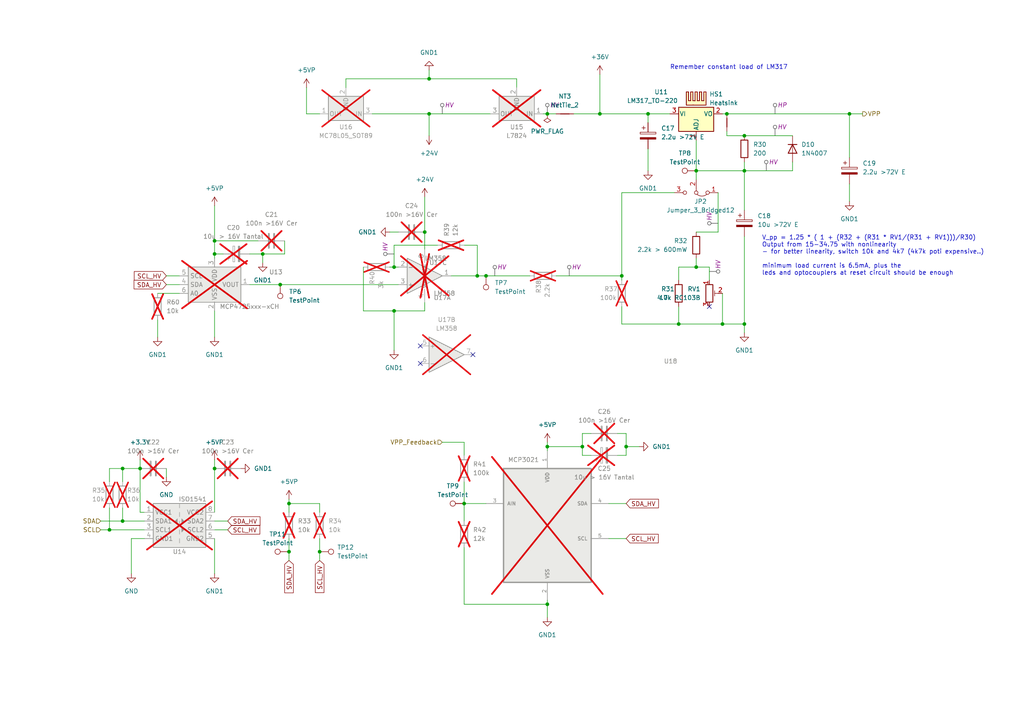
<source format=kicad_sch>
(kicad_sch (version 20231120) (generator "eeschema") (generator_version "8.0")
  (paper "A4")
  (title_block (title "Xaar 128 Driver") (date "2023-12-04") (rev "1.0.0"))
  (lib_symbols
    (symbol "Amplifier_Operational:LM358" (pin_names (offset 0.127))
      (property "Reference" "U" (at 0 5.08 0))
      (property "Value" "LM358" (at 0 -5.08 0))
      (symbol "LM358_1_1"
        (polyline (pts (xy -5.08 5.08) (xy 5.08 0) (xy -5.08 -5.08) (xy -5.08 5.08)) (stroke (width 0.254)) (fill (type background)))
        (pin output line (at 7.62 0 180) (length 2.54) (name "~") (number "1"))
        (pin input line (at -7.62 -2.54 0) (length 2.54) (name "-") (number "2"))
        (pin input line (at -7.62 2.54 0) (length 2.54) (name "+") (number "3"))
      )
      (symbol "LM358_2_1"
        (polyline (pts (xy -5.08 5.08) (xy 5.08 0) (xy -5.08 -5.08) (xy -5.08 5.08)) (stroke (width 0.254)) (fill (type background)))
        (pin input line (at -7.62 2.54 0) (length 2.54) (name "+") (number "5"))
        (pin input line (at -7.62 -2.54 0) (length 2.54) (name "-") (number "6"))
        (pin output line (at 7.62 0 180) (length 2.54) (name "~") (number "7"))
      )
      (symbol "LM358_3_1"
        (pin power_in line (at -2.54 -7.62 90) (length 3.81) (name "V-") (number "4"))
        (pin power_in line (at -2.54 7.62 270) (length 3.81) (name "V+") (number "8"))
      )
    )
    (symbol "Analog_DAC:MCP4725xxx-xCH"
      (property "Reference" "U" (at -6.35 6.35 0))
      (property "Value" "MCP4725xxx-xCH" (at 8.89 6.35 0))
      (symbol "MCP4725xxx-xCH_0_1"
        (rectangle (start -7.62 5.08) (end 7.62 -5.08) (stroke (width 0.254)) (fill (type background)))
      )
      (symbol "MCP4725xxx-xCH_1_1"
        (pin output line (at 10.16 0 180) (length 2.54) (name "VOUT") (number "1"))
        (pin power_in line (at 0 -7.62 90) (length 2.54) (name "VSS") (number "2"))
        (pin power_in line (at 0 7.62 270) (length 2.54) (name "VDD") (number "3"))
        (pin bidirectional line (at -10.16 0 0) (length 2.54) (name "SDA") (number "4"))
        (pin input line (at -10.16 2.54 0) (length 2.54) (name "SCL") (number "5"))
        (pin input line (at -10.16 -2.54 0) (length 2.54) (name "A0") (number "6"))
      )
    )
    (symbol "Connector:TestPoint" (pin_numbers hide) (pin_names (offset 0.762) hide)
      (property "Reference" "TP" (at 0 6.858 0))
      (property "Value" "TestPoint" (at 0 5.08 0))
      (symbol "TestPoint_0_1"
        (circle (center 0 3.302) (radius 0.762))
      )
      (symbol "TestPoint_1_1"
        (pin passive line (at 0 0 90) (length 2.54) (name "1") (number "1"))
      )
    )
    (symbol "Device:C" (pin_numbers hide) (pin_names (offset 0.254))
      (property "Reference" "C" (at 0.635 2.54 0))
      (property "Value" "C" (at 0.635 -2.54 0))
      (symbol "C_0_1"
        (polyline (pts (xy -2.032 -0.762) (xy 2.032 -0.762)) (stroke (width 0.508)))
        (polyline (pts (xy -2.032 0.762) (xy 2.032 0.762)) (stroke (width 0.508)))
      )
      (symbol "C_1_1"
        (pin passive line (at 0 3.81 270) (length 2.794) (name "~") (number "1"))
        (pin passive line (at 0 -3.81 90) (length 2.794) (name "~") (number "2"))
      )
    )
    (symbol "Device:C_Polarized" (pin_numbers hide) (pin_names (offset 0.254))
      (property "Reference" "C" (at 0.635 2.54 0))
      (property "Value" "C_Polarized" (at 0.635 -2.54 0))
      (symbol "C_Polarized_0_1"
        (rectangle (start -2.286 0.508) (end 2.286 1.016))
        (polyline (pts (xy -1.778 2.286) (xy -0.762 2.286)))
        (polyline (pts (xy -1.27 2.794) (xy -1.27 1.778)))
        (rectangle (start 2.286 -0.508) (end -2.286 -1.016) (fill (type outline)))
      )
      (symbol "C_Polarized_1_1"
        (pin passive line (at 0 3.81 270) (length 2.794) (name "~") (number "1"))
        (pin passive line (at 0 -3.81 90) (length 2.794) (name "~") (number "2"))
      )
    )
    (symbol "Device:D" (pin_numbers hide) (pin_names (offset 1.016) hide)
      (property "Reference" "D" (at 0 2.54 0))
      (property "Value" "D" (at 0 -2.54 0))
      (symbol "D_0_1"
        (polyline (pts (xy -1.27 1.27) (xy -1.27 -1.27)) (stroke (width 0.254)))
        (polyline (pts (xy 1.27 0) (xy -1.27 0)))
        (polyline (pts (xy 1.27 1.27) (xy 1.27 -1.27) (xy -1.27 0) (xy 1.27 1.27)) (stroke (width 0.254)))
      )
      (symbol "D_1_1"
        (pin passive line (at -3.81 0 0) (length 2.54) (name "K") (number "1"))
        (pin passive line (at 3.81 0 180) (length 2.54) (name "A") (number "2"))
      )
    )
    (symbol "Device:NetTie_2" (pin_numbers hide) (pin_names (offset 0) hide) (in_bom no)
      (property "Reference" "NT" (at 0 1.27 0))
      (property "Value" "NetTie_2" (at 0 -1.27 0))
      (symbol "NetTie_2_0_1"
        (polyline (pts (xy -1.27 0) (xy 1.27 0)) (stroke (width 0.254)))
      )
      (symbol "NetTie_2_1_1"
        (pin passive line (at -2.54 0 0) (length 2.54) (name "1") (number "1"))
        (pin passive line (at 2.54 0 180) (length 2.54) (name "2") (number "2"))
      )
    )
    (symbol "Device:R" (pin_numbers hide) (pin_names (offset 0))
      (property "Reference" "R" (at 2.032 0 90))
      (property "Value" "R" (at 0 0 90))
      (symbol "R_0_1"
        (rectangle (start -1.016 -2.54) (end 1.016 2.54) (stroke (width 0.254)))
      )
      (symbol "R_1_1"
        (pin passive line (at 0 3.81 270) (length 1.27) (name "~") (number "1"))
        (pin passive line (at 0 -3.81 90) (length 1.27) (name "~") (number "2"))
      )
    )
    (symbol "Device:R_Potentiometer_Trim" (pin_names (offset 1.016) hide)
      (property "Reference" "RV" (at -4.445 0 90))
      (property "Value" "R_Potentiometer_Trim" (at -2.54 0 90))
      (symbol "R_Potentiometer_Trim_0_1"
        (polyline (pts (xy 1.524 0.762) (xy 1.524 -0.762)))
        (polyline (pts (xy 2.54 0) (xy 1.524 0)))
        (rectangle (start 1.016 2.54) (end -1.016 -2.54) (stroke (width 0.254)))
      )
      (symbol "R_Potentiometer_Trim_1_1"
        (pin passive line (at 0 3.81 270) (length 1.27) (name "1") (number "1"))
        (pin passive line (at 3.81 0 180) (length 1.27) (name "2") (number "2"))
        (pin passive line (at 0 -3.81 90) (length 1.27) (name "3") (number "3"))
      )
    )
    (symbol "Isolator:ISO1541"
      (property "Reference" "U" (at -6.35 6.35 0))
      (property "Value" "ISO1541" (at 3.81 6.35 0))
      (symbol "ISO1541_0_1"
        (rectangle (start -7.62 5.08) (end 7.62 -7.62) (stroke (width 0.254)) (fill (type background)))
        (rectangle (start 0 -5.08) (end 0 -6.35))
        (polyline (pts (xy 0 -2.54) (xy 0 -3.81)))
        (polyline (pts (xy 0 0) (xy 0 -1.27)))
        (polyline (pts (xy 0 2.54) (xy 0 1.27)))
        (polyline (pts (xy 0 5.08) (xy 0 3.81)))
        (polyline (pts (xy -0.635 0.635) (xy -1.27 0) (xy -0.635 -0.635) (xy -0.635 0.635)) (fill (type outline)))
        (polyline (pts (xy 0.635 -1.905) (xy 1.27 -2.54) (xy 0.635 -3.175) (xy 0.635 -1.905)) (fill (type outline)))
        (polyline (pts (xy 0.635 0.635) (xy 1.27 0) (xy 0.635 -0.635) (xy 0.635 0.635)) (fill (type outline)))
      )
      (symbol "ISO1541_1_1"
        (pin power_in line (at -10.16 2.54 0) (length 2.54) (name "VCC1") (number "1"))
        (pin bidirectional line (at -10.16 0 0) (length 2.54) (name "SDA1") (number "2"))
        (pin input line (at -10.16 -2.54 0) (length 2.54) (name "SCL1") (number "3"))
        (pin power_in line (at -10.16 -5.08 0) (length 2.54) (name "GND1") (number "4"))
        (pin power_in line (at 10.16 -5.08 180) (length 2.54) (name "GND2") (number "5"))
        (pin output line (at 10.16 -2.54 180) (length 2.54) (name "SCL2") (number "6"))
        (pin bidirectional line (at 10.16 0 180) (length 2.54) (name "SDA2") (number "7"))
        (pin power_in line (at 10.16 2.54 180) (length 2.54) (name "VCC2") (number "8"))
      )
    )
    (symbol "Jumper:Jumper_3_Bridged12" (pin_names (offset 0) hide)
      (property "Reference" "JP" (at -2.54 -2.54 0))
      (property "Value" "Jumper_3_Bridged12" (at 0 2.794 0))
      (symbol "Jumper_3_Bridged12_0_0"
        (circle (center -3.302 0) (radius 0.508))
        (circle (center 0 0) (radius 0.508))
        (circle (center 3.302 0) (radius 0.508))
      )
      (symbol "Jumper_3_Bridged12_0_1"
        (arc (start -0.254 0.508) (mid -1.651 0.9912) (end -3.048 0.508))
        (polyline (pts (xy 0 -1.27) (xy 0 -0.508)))
      )
      (symbol "Jumper_3_Bridged12_1_1"
        (pin passive line (at -6.35 0 0) (length 2.54) (name "A") (number "1"))
        (pin passive line (at 0 -3.81 90) (length 2.54) (name "C") (number "2"))
        (pin passive line (at 6.35 0 180) (length 2.54) (name "B") (number "3"))
      )
    )
    (symbol "MCP3021:MCP3021" (pin_names (offset 1.016))
      (property "Reference" "U" (at -31.75 -26.035 0))
      (property "Value" "MCP3021" (at -31.75 -26.035 0))
      (symbol "MCP3021_0_0"
        (rectangle (start -44.45 -8.255) (end -19.05 -41.275) (stroke (width 0.4064)) (fill (type background)))
      )
      (symbol "MCP3021_1_0"
        (pin power_in line (at -31.75 -3.175 270) (length 5.08) (name "VDD") (number "1"))
        (pin power_in line (at -31.75 -46.355 90) (length 5.08) (name "VSS") (number "2"))
        (pin bidirectional line (at -49.53 -18.415 0) (length 5.08) (name "AIN") (number "3"))
        (pin bidirectional line (at -13.97 -18.415 180) (length 5.08) (name "SDA") (number "4"))
        (pin bidirectional line (at -13.97 -28.575 180) (length 5.08) (name "SCL") (number "5"))
      )
    )
    (symbol "Mechanical:Heatsink" (pin_names (offset 1.016))
      (property "Reference" "HS" (at 0 5.08 0))
      (property "Value" "Heatsink" (at 0 -1.27 0))
      (symbol "Heatsink_0_1"
        (polyline (pts (xy -0.3302 1.27) (xy -0.9652 1.27) (xy -0.9652 3.81) (xy -1.6002 3.81) (xy -1.6002 1.27) (xy -2.2352 1.27) (xy -2.2352 3.81) (xy -2.8702 3.81) (xy -2.8702 0) (xy -0.9652 0)) (stroke (width 0.254)) (fill (type background)))
        (polyline (pts (xy -0.3302 1.27) (xy -0.3302 3.81) (xy 0.3048 3.81) (xy 0.3048 1.27) (xy 0.9398 1.27) (xy 0.9398 3.81) (xy 1.5748 3.81) (xy 1.5748 1.27) (xy 2.2098 1.27) (xy 2.2098 3.81) (xy 2.8448 3.81) (xy 2.8448 0) (xy -0.9652 0)) (stroke (width 0.254)) (fill (type background)))
      )
    )
    (symbol "Regulator_Linear:L7824" (pin_names (offset 0.254))
      (property "Reference" "U" (at -3.81 3.175 0))
      (property "Value" "L7824" (at 0 3.175 0))
      (symbol "L7824_0_1"
        (rectangle (start -5.08 1.905) (end 5.08 -5.08) (stroke (width 0.254)) (fill (type background)))
      )
      (symbol "L7824_1_1"
        (pin power_in line (at -7.62 0 0) (length 2.54) (name "IN") (number "1"))
        (pin power_in line (at 0 -7.62 90) (length 2.54) (name "GND") (number "2"))
        (pin power_out line (at 7.62 0 180) (length 2.54) (name "OUT") (number "3"))
      )
    )
    (symbol "Regulator_Linear:LM317_TO-220" (pin_names (offset 0.254))
      (property "Reference" "U" (at -3.81 3.175 0))
      (property "Value" "LM317_TO-220" (at 0 3.175 0))
      (symbol "LM317_TO-220_0_1"
        (rectangle (start -5.08 1.905) (end 5.08 -5.08) (stroke (width 0.254)) (fill (type background)))
      )
      (symbol "LM317_TO-220_1_1"
        (pin input line (at 0 -7.62 90) (length 2.54) (name "ADJ") (number "1"))
        (pin power_out line (at 7.62 0 180) (length 2.54) (name "VO") (number "2"))
        (pin power_in line (at -7.62 0 0) (length 2.54) (name "VI") (number "3"))
      )
    )
    (symbol "Regulator_Linear:MC78L05_SOT89" (pin_names (offset 0.254))
      (property "Reference" "U" (at -3.81 3.175 0))
      (property "Value" "MC78L05_SOT89" (at -0.635 3.175 0))
      (symbol "MC78L05_SOT89_0_1"
        (rectangle (start -5.08 1.905) (end 5.08 -5.08) (stroke (width 0.254)) (fill (type background)))
      )
      (symbol "MC78L05_SOT89_1_1"
        (pin power_out line (at 7.62 0 180) (length 2.54) (name "OUT") (number "1"))
        (pin power_in line (at 0 -7.62 90) (length 2.54) (name "GND") (number "2"))
        (pin power_in line (at -7.62 0 0) (length 2.54) (name "IN") (number "3"))
      )
    )
    (symbol "power:+24V" (power) (pin_names (offset 0))
      (property "Value" "+24V" (at 0 3.556 0))
      (symbol "+24V_0_1"
        (polyline (pts (xy -0.762 1.27) (xy 0 2.54)))
        (polyline (pts (xy 0 0) (xy 0 2.54)))
        (polyline (pts (xy 0 2.54) (xy 0.762 1.27)))
      )
      (symbol "+24V_1_1"
        (pin power_in line (at 0 0 90) (length 0) hide (name "+24V") (number "1"))
      )
    )
    (symbol "power:+3.3V" (power) (pin_names (offset 0))
      (property "Value" "+3.3V" (at 0 3.556 0))
      (symbol "+3.3V_0_1"
        (polyline (pts (xy -0.762 1.27) (xy 0 2.54)))
        (polyline (pts (xy 0 0) (xy 0 2.54)))
        (polyline (pts (xy 0 2.54) (xy 0.762 1.27)))
      )
      (symbol "+3.3V_1_1"
        (pin power_in line (at 0 0 90) (length 0) hide (name "+3.3V") (number "1"))
      )
    )
    (symbol "power:+36V" (power) (pin_names (offset 0))
      (property "Value" "+36V" (at 0 3.556 0))
      (symbol "+36V_0_1"
        (polyline (pts (xy -0.762 1.27) (xy 0 2.54)))
        (polyline (pts (xy 0 0) (xy 0 2.54)))
        (polyline (pts (xy 0 2.54) (xy 0.762 1.27)))
      )
      (symbol "+36V_1_1"
        (pin power_in line (at 0 0 90) (length 0) hide (name "+36V") (number "1"))
      )
    )
    (symbol "power:+5VP" (power) (pin_names (offset 0))
      (property "Value" "+5VP" (at 0 3.556 0))
      (symbol "+5VP_0_1"
        (polyline (pts (xy -0.762 1.27) (xy 0 2.54)))
        (polyline (pts (xy 0 0) (xy 0 2.54)))
        (polyline (pts (xy 0 2.54) (xy 0.762 1.27)))
      )
      (symbol "+5VP_1_1"
        (pin power_in line (at 0 0 90) (length 0) hide (name "+5VP") (number "1"))
      )
    )
    (symbol "power:GND" (power) (pin_names (offset 0))
      (property "Value" "GND" (at 0 -3.81 0))
      (symbol "GND_0_1"
        (polyline (pts (xy 0 0) (xy 0 -1.27) (xy 1.27 -1.27) (xy 0 -2.54) (xy -1.27 -1.27) (xy 0 -1.27)))
      )
      (symbol "GND_1_1"
        (pin power_in line (at 0 0 270) (length 0) hide (name "GND") (number "1"))
      )
    )
    (symbol "power:GND1" (power) (pin_names (offset 0))
      (property "Value" "GND1" (at 0 -3.81 0))
      (symbol "GND1_0_1"
        (polyline (pts (xy 0 0) (xy 0 -1.27) (xy 1.27 -1.27) (xy 0 -2.54) (xy -1.27 -1.27) (xy 0 -1.27)))
      )
      (symbol "GND1_1_1"
        (pin power_in line (at 0 0 270) (length 0) hide (name "GND1") (number "1"))
      )
    )
    (symbol "power:PWR_FLAG" (power) (pin_numbers hide) (pin_names (offset 0) hide)
      (property "Value" "PWR_FLAG" (at 0 3.81 0))
      (symbol "PWR_FLAG_0_0"
        (pin power_out line (at 0 0 90) (length 0) (name "pwr") (number "1"))
      )
      (symbol "PWR_FLAG_0_1"
        (polyline (pts (xy 0 0) (xy 0 1.27) (xy -1.016 1.905) (xy 0 2.54) (xy 1.016 1.905) (xy 0 1.27)))
      )
    )
  )
  (junction (at 180.34 80.01))
  (junction (at 123.19 67.31))
  (junction (at 215.9 93.98))
  (junction (at 168.91 129.54))
  (junction (at 210.82 33.02))
  (junction (at 124.46 22.86))
  (junction (at 158.75 129.54))
  (junction (at 35.56 135.89))
  (junction (at 83.82 146.05))
  (junction (at 114.3 90.17))
  (junction (at 62.23 135.89))
  (junction (at 196.85 93.98))
  (junction (at 187.96 33.02))
  (junction (at 40.64 135.89))
  (junction (at 201.93 77.47))
  (junction (at 201.93 49.53))
  (junction (at 209.55 93.98))
  (junction (at 215.9 39.37))
  (junction (at 140.97 80.01))
  (junction (at 246.38 33.02))
  (junction (at 158.75 175.26))
  (junction (at 114.3 77.47))
  (junction (at 76.2 73.66))
  (junction (at 81.28 82.55))
  (junction (at 31.75 153.67))
  (junction (at 134.62 146.05))
  (junction (at 173.99 33.02))
  (junction (at 138.43 80.01))
  (junction (at 83.82 160.02))
  (junction (at 62.23 73.66))
  (junction (at 92.71 160.02))
  (junction (at 215.9 49.53))
  (junction (at 35.56 151.13))
  (junction (at 181.61 129.54))
  (junction (at 62.23 69.85))
  (junction (at 124.46 33.02))
  (junction (at 158.75 33.02))
  (no_connect (at 205.74 88.9))
  (no_connect (at 121.92 105.41))
  (no_connect (at 137.16 102.87))
  (no_connect (at 121.92 100.33))
  (wire (pts (xy 40.64 148.59) (xy 40.64 135.89)))
  (wire (pts (xy 140.97 80.01) (xy 153.67 80.01)))
  (wire (pts (xy 196.85 88.9) (xy 196.85 93.98)))
  (wire (pts (xy 158.75 130.81) (xy 158.75 129.54)))
  (wire (pts (xy 176.53 156.21) (xy 181.61 156.21)))
  (wire (pts (xy 123.19 87.63) (xy 123.19 90.17)))
  (wire (pts (xy 31.75 147.32) (xy 31.75 153.67)))
  (wire (pts (xy 134.62 158.75) (xy 134.62 175.26)))
  (wire (pts (xy 62.23 69.85) (xy 62.23 73.66)))
  (wire (pts (xy 48.26 82.55) (xy 52.07 82.55)))
  (wire (pts (xy 181.61 132.08) (xy 179.07 132.08)))
  (wire (pts (xy 35.56 139.7) (xy 35.56 135.89)))
  (wire (pts (xy 72.39 73.66) (xy 76.2 73.66)))
  (wire (pts (xy 62.23 135.89) (xy 62.23 148.59)))
  (wire (pts (xy 173.99 21.59) (xy 173.99 33.02)))
  (wire (pts (xy 168.91 132.08) (xy 171.45 132.08)))
  (wire (pts (xy 205.74 77.47) (xy 205.74 81.28)))
  (wire (pts (xy 107.95 33.02) (xy 124.46 33.02)))
  (wire (pts (xy 92.71 33.02) (xy 88.9 33.02)))
  (wire (pts (xy 187.96 43.18) (xy 187.96 49.53)))
  (wire (pts (xy 181.61 125.73) (xy 181.61 129.54)))
  (wire (pts (xy 48.26 80.01) (xy 52.07 80.01)))
  (wire (pts (xy 173.99 33.02) (xy 187.96 33.02)))
  (wire (pts (xy 195.58 55.88) (xy 180.34 55.88)))
  (wire (pts (xy 62.23 90.17) (xy 62.23 97.79)))
  (wire (pts (xy 208.28 55.88) (xy 208.28 67.31)))
  (wire (pts (xy 246.38 33.02) (xy 250.19 33.02)))
  (wire (pts (xy 62.23 73.66) (xy 62.23 74.93)))
  (wire (pts (xy 92.71 160.02) (xy 92.71 162.56)))
  (wire (pts (xy 158.75 129.54) (xy 168.91 129.54)))
  (wire (pts (xy 158.75 173.99) (xy 158.75 175.26)))
  (wire (pts (xy 124.46 33.02) (xy 124.46 39.37)))
  (wire (pts (xy 201.93 77.47) (xy 205.74 77.47)))
  (wire (pts (xy 158.75 129.54) (xy 158.75 128.27)))
  (wire (pts (xy 123.19 57.15) (xy 123.19 67.31)))
  (wire (pts (xy 196.85 77.47) (xy 201.93 77.47)))
  (wire (pts (xy 92.71 156.21) (xy 92.71 160.02)))
  (wire (pts (xy 83.82 144.78) (xy 83.82 146.05)))
  (wire (pts (xy 35.56 135.89) (xy 31.75 135.89)))
  (wire (pts (xy 38.1 156.21) (xy 38.1 166.37)))
  (wire (pts (xy 124.46 33.02) (xy 142.24 33.02)))
  (wire (pts (xy 40.64 148.59) (xy 41.91 148.59)))
  (wire (pts (xy 29.21 153.67) (xy 31.75 153.67)))
  (wire (pts (xy 210.82 39.37) (xy 215.9 39.37)))
  (wire (pts (xy 35.56 135.89) (xy 40.64 135.89)))
  (wire (pts (xy 138.43 71.12) (xy 138.43 80.01)))
  (wire (pts (xy 168.91 125.73) (xy 171.45 125.73)))
  (wire (pts (xy 134.62 175.26) (xy 158.75 175.26)))
  (wire (pts (xy 35.56 147.32) (xy 35.56 151.13)))
  (wire (pts (xy 100.33 22.86) (xy 100.33 25.4)))
  (wire (pts (xy 31.75 153.67) (xy 41.91 153.67)))
  (wire (pts (xy 40.64 133.35) (xy 40.64 135.89)))
  (wire (pts (xy 123.19 67.31) (xy 123.19 72.39)))
  (wire (pts (xy 92.71 146.05) (xy 83.82 146.05)))
  (wire (pts (xy 113.03 77.47) (xy 114.3 77.47)))
  (wire (pts (xy 62.23 156.21) (xy 62.23 166.37)))
  (wire (pts (xy 92.71 148.59) (xy 92.71 146.05)))
  (wire (pts (xy 76.2 73.66) (xy 82.55 73.66)))
  (wire (pts (xy 215.9 46.99) (xy 215.9 49.53)))
  (wire (pts (xy 181.61 125.73) (xy 179.07 125.73)))
  (wire (pts (xy 72.39 82.55) (xy 81.28 82.55)))
  (wire (pts (xy 229.87 46.99) (xy 229.87 49.53)))
  (wire (pts (xy 157.48 33.02) (xy 158.75 33.02)))
  (wire (pts (xy 114.3 77.47) (xy 115.57 77.47)))
  (wire (pts (xy 62.23 153.67) (xy 66.04 153.67)))
  (wire (pts (xy 130.81 80.01) (xy 138.43 80.01)))
  (wire (pts (xy 158.75 33.02) (xy 161.29 33.02)))
  (wire (pts (xy 83.82 146.05) (xy 83.82 148.59)))
  (wire (pts (xy 48.26 135.89) (xy 48.26 138.43)))
  (wire (pts (xy 124.46 22.86) (xy 149.86 22.86)))
  (wire (pts (xy 100.33 22.86) (xy 124.46 22.86)))
  (wire (pts (xy 83.82 156.21) (xy 83.82 160.02)))
  (wire (pts (xy 168.91 125.73) (xy 168.91 129.54)))
  (wire (pts (xy 180.34 93.98) (xy 196.85 93.98)))
  (wire (pts (xy 114.3 71.12) (xy 127 71.12)))
  (wire (pts (xy 81.28 82.55) (xy 115.57 82.55)))
  (wire (pts (xy 114.3 71.12) (xy 114.3 77.47)))
  (wire (pts (xy 134.62 71.12) (xy 138.43 71.12)))
  (wire (pts (xy 31.75 135.89) (xy 31.75 139.7)))
  (wire (pts (xy 196.85 93.98) (xy 209.55 93.98)))
  (wire (pts (xy 62.23 151.13) (xy 66.04 151.13)))
  (wire (pts (xy 35.56 151.13) (xy 41.91 151.13)))
  (wire (pts (xy 62.23 133.35) (xy 62.23 135.89)))
  (wire (pts (xy 215.9 49.53) (xy 229.87 49.53)))
  (wire (pts (xy 194.31 33.02) (xy 187.96 33.02)))
  (wire (pts (xy 62.23 73.66) (xy 64.77 73.66)))
  (wire (pts (xy 180.34 80.01) (xy 180.34 81.28)))
  (wire (pts (xy 215.9 49.53) (xy 215.9 60.96)))
  (wire (pts (xy 215.9 39.37) (xy 229.87 39.37)))
  (wire (pts (xy 114.3 90.17) (xy 123.19 90.17)))
  (wire (pts (xy 201.93 49.53) (xy 201.93 52.07)))
  (wire (pts (xy 180.34 88.9) (xy 180.34 93.98)))
  (wire (pts (xy 134.62 132.08) (xy 134.62 128.27)))
  (wire (pts (xy 210.82 38.1) (xy 210.82 39.37)))
  (wire (pts (xy 149.86 22.86) (xy 149.86 25.4)))
  (wire (pts (xy 180.34 55.88) (xy 180.34 80.01)))
  (wire (pts (xy 215.9 93.98) (xy 215.9 96.52)))
  (wire (pts (xy 215.9 68.58) (xy 215.9 93.98)))
  (wire (pts (xy 114.3 90.17) (xy 114.3 101.6)))
  (wire (pts (xy 62.23 59.69) (xy 62.23 69.85)))
  (wire (pts (xy 138.43 80.01) (xy 140.97 80.01)))
  (wire (pts (xy 209.55 93.98) (xy 215.9 93.98)))
  (wire (pts (xy 134.62 139.7) (xy 134.62 146.05)))
  (wire (pts (xy 45.72 92.71) (xy 45.72 97.79)))
  (wire (pts (xy 105.41 90.17) (xy 114.3 90.17)))
  (wire (pts (xy 181.61 129.54) (xy 185.42 129.54)))
  (wire (pts (xy 246.38 53.34) (xy 246.38 58.42)))
  (wire (pts (xy 45.72 85.09) (xy 52.07 85.09)))
  (wire (pts (xy 158.75 175.26) (xy 158.75 179.07)))
  (wire (pts (xy 161.29 80.01) (xy 180.34 80.01)))
  (wire (pts (xy 201.93 74.93) (xy 201.93 77.47)))
  (wire (pts (xy 201.93 40.64) (xy 201.93 49.53)))
  (wire (pts (xy 76.2 73.66) (xy 76.2 76.2)))
  (wire (pts (xy 113.03 67.31) (xy 115.57 67.31)))
  (wire (pts (xy 168.91 129.54) (xy 168.91 132.08)))
  (wire (pts (xy 134.62 146.05) (xy 134.62 151.13)))
  (wire (pts (xy 166.37 33.02) (xy 173.99 33.02)))
  (wire (pts (xy 210.82 33.02) (xy 246.38 33.02)))
  (wire (pts (xy 41.91 156.21) (xy 38.1 156.21)))
  (wire (pts (xy 201.93 67.31) (xy 208.28 67.31)))
  (wire (pts (xy 134.62 128.27) (xy 128.27 128.27)))
  (wire (pts (xy 82.55 69.85) (xy 82.55 73.66)))
  (wire (pts (xy 209.55 85.09) (xy 209.55 93.98)))
  (wire (pts (xy 181.61 129.54) (xy 181.61 132.08)))
  (wire (pts (xy 246.38 45.72) (xy 246.38 33.02)))
  (wire (pts (xy 88.9 25.4) (xy 88.9 33.02)))
  (wire (pts (xy 176.53 146.05) (xy 181.61 146.05)))
  (wire (pts (xy 62.23 69.85) (xy 74.93 69.85)))
  (wire (pts (xy 29.21 151.13) (xy 35.56 151.13)))
  (wire (pts (xy 196.85 81.28) (xy 196.85 77.47)))
  (wire (pts (xy 124.46 20.32) (xy 124.46 22.86)))
  (wire (pts (xy 83.82 160.02) (xy 83.82 162.56)))
  (wire (pts (xy 187.96 33.02) (xy 187.96 35.56)))
  (wire (pts (xy 201.93 49.53) (xy 215.9 49.53)))
  (wire (pts (xy 209.55 33.02) (xy 210.82 33.02)))
  (wire (pts (xy 134.62 146.05) (xy 140.97 146.05)))
  (wire (pts (xy 105.41 77.47) (xy 105.41 90.17)))
  (text "Remember constant load of LM317" (at 194.31 20.32 0) (effects (font (size 1.27 1.27)) (justify left bottom)))
  (text "V_pp = 1.25 * ( 1 + (R32 + (R31 * RV1/(R31 + RV1)))/R30)\nOutput from 15-34.75 with nonlinearity\n- for better linearity, switch 10k and 4k7 (4k7k poti expensive..)\n\nminimum load current is 6.5mA, plus the\nleds and optocouplers at reset circuit should be enough" (at 220.98 80.01 0) (effects (font (size 1.27 1.27)) (justify left bottom)))
  (global_label "SDA_HV" (shape input) (at 83.82 162.56 270) (property "Intersheetrefs" "${INTERSHEET_REFS}" (effects (hide yes))))
  (global_label "SDA_HV" (shape input) (at 48.26 82.55 180) (property "Intersheetrefs" "${INTERSHEET_REFS}" (effects (hide yes))))
  (global_label "SCL_HV" (shape input) (at 66.04 153.67 0) (property "Intersheetrefs" "${INTERSHEET_REFS}" (effects (hide yes))))
  (global_label "SCL_HV" (shape input) (at 181.61 156.21 0) (property "Intersheetrefs" "${INTERSHEET_REFS}" (effects (hide yes))))
  (global_label "SDA_HV" (shape input) (at 66.04 151.13 0) (property "Intersheetrefs" "${INTERSHEET_REFS}" (effects (hide yes))))
  (global_label "SCL_HV" (shape input) (at 92.71 162.56 270) (property "Intersheetrefs" "${INTERSHEET_REFS}" (effects (hide yes))))
  (global_label "SCL_HV" (shape input) (at 48.26 80.01 180) (property "Intersheetrefs" "${INTERSHEET_REFS}" (effects (hide yes))))
  (global_label "SDA_HV" (shape input) (at 181.61 146.05 0) (property "Intersheetrefs" "${INTERSHEET_REFS}" (effects (hide yes))))
  (hierarchical_label "SCL" (shape input) (at 29.21 153.67 180))
  (hierarchical_label "SDA" (shape input) (at 29.21 151.13 180))
  (hierarchical_label "VPP" (shape output) (at 250.19 33.02 0))
  (hierarchical_label "VPP_Feedback" (shape input) (at 128.27 128.27 180))
  (netclass_flag "" (length 2.54) (shape round) (at 143.51 80.01 0) (property "Netclass" "HV" (at 144.2085 77.47 0) (effects (font (italic yes)) (justify left))))
  (netclass_flag "" (length 2.54) (shape round) (at 165.1 80.01 0) (property "Netclass" "HV" (at 165.7985 77.47 0) (effects (font (italic yes)) (justify left))))
  (netclass_flag "" (length 2.54) (shape round) (at 222.25 49.53 0) (property "Netclass" "HV" (at 222.9485 46.99 0) (effects (font (italic yes)) (justify left))))
  (netclass_flag "" (length 2.54) (shape round) (at 128.27 33.02 0) (property "Netclass" "HV" (at 128.9685 30.48 0) (effects (font (italic yes)) (justify left))))
  (netclass_flag "" (length 2.54) (shape round) (at 224.79 33.02 0) (property "Netclass" "HP" (at 225.4885 30.48 0) (effects (font (italic yes)) (justify left))))
  (netclass_flag "" (length 2.54) (shape round) (at 208.28 64.77 90) (property "Netclass" "HV" (at 205.74 64.0715 90) (effects (font (italic yes)) (justify left))))
  (netclass_flag "" (length 2.54) (shape round) (at 224.79 39.37 0) (property "Netclass" "HV" (at 225.4885 36.83 0) (effects (font (italic yes)) (justify left))))
  (netclass_flag "" (length 2.54) (shape round) (at 205.74 78.74 270) (property "Netclass" "HV" (at 208.28 78.0415 90) (effects (font (italic yes)) (justify left))))
  (netclass_flag "" (length 2.54) (shape round) (at 114.3 73.66 90) (property "Netclass" "HV" (at 111.76 72.9615 90) (effects (font (italic yes)) (justify left))))
  (netclass_flag "" (length 2.54) (shape round) (at 158.75 33.02 0) (property "Netclass" "HV" (at 159.4485 30.48 0) (effects (font (italic yes)) (justify left))))
  (symbol (lib_id "power:GND1") (at 124.46 20.32 180) (unit 1)
    (property "Reference" "#PWR097" (effects (hide yes)))
    (property "Value" "GND1" (at 124.46 15.24 0))
  )
  (symbol (lib_id "power:GND1") (at 45.72 97.79 0) (unit 1)
    (property "Reference" "#PWR077" (effects (hide yes)))
    (property "Value" "GND1" (at 45.72 102.87 0))
  )
  (symbol (lib_id "power:GND1") (at 246.38 58.42 0) (unit 1)
    (property "Reference" "#PWR0118" (effects (hide yes)))
    (property "Value" "GND1" (at 246.38 63.5 0))
  )
  (symbol (lib_id "power:PWR_FLAG") (at 158.75 33.02 180) (unit 1)
    (property "Reference" "#FLG01" (effects (hide yes)))
    (property "Value" "PWR_FLAG" (at 158.75 38.1 0))
  )
  (symbol (lib_id "Amplifier_Operational:LM358") (at 125.73 80.01 0) (unit 3) (dnp yes)
    (property "Reference" "U17" (at 124.46 76.2 0) (effects (justify left)))
    (property "Value" "LM358" (at 125.73 85.09 0) (effects (justify left)))
    (property "Footprint" "Package_DIP:DIP-8_W7.62mm" (effects (hide yes)))
    (property "Datasheet" "http://www.ti.com/lit/ds/symlink/tlc272.pdf" (effects (hide yes)))
    (property "Supplier" "Elektroplatz" (effects (hide yes)))
    (property "Extension" "Regulator" (effects (hide yes)))
  )
  (symbol (lib_id "power:+24V") (at 123.19 57.15 0) (unit 1)
    (property "Reference" "#PWR056" (effects (hide yes)))
    (property "Value" "+24V" (at 123.19 52.07 0))
  )
  (symbol (lib_id "power:GND1") (at 62.23 97.79 0) (unit 1)
    (property "Reference" "#PWR050" (effects (hide yes)))
    (property "Value" "GND1" (at 62.23 102.87 0))
  )
  (symbol (lib_id "Jumper:Jumper_3_Bridged12") (at 201.93 55.88 180) (unit 1)
    (property "Reference" "JP2" (at 203.2 58.42 0))
    (property "Value" "Jumper_3_Bridged12" (at 203.2 60.96 0))
    (property "Footprint" "Connector_PinHeader_2.54mm:PinHeader_1x03_P2.54mm_Vertical" (effects (hide yes)))
    (property "Supplier" "Elektroplatz" (effects (hide yes)))
    (property "Funktion" "Enable MCU Regulator Control" (effects (hide yes)))
  )
  (symbol (lib_id "Device:C_Polarized") (at 215.9 64.77 0) (unit 1)
    (property "Reference" "C18" (at 219.71 62.611 0) (effects (justify left)))
    (property "Value" "10u >72V E" (at 219.71 65.151 0) (effects (justify left)))
    (property "Footprint" "Capacitor_THT:CP_Radial_D5.0mm_P2.00mm" (effects (hide yes)))
    (property "RSBestNr" "228-7079" (effects (hide yes)))
    (property "Supplier" "RS" (effects (hide yes)))
  )
  (symbol (lib_id "Connector:TestPoint") (at 83.82 160.02 90) (unit 1)
    (property "Reference" "TP11" (at 80.518 154.94 90))
    (property "Value" "TestPoint" (at 80.518 157.48 90))
    (property "Footprint" "Xaar-Driver:TestPoint_Pad_D1.5mm" (effects (hide yes)))
    (property "Supplier" "None" (effects (hide yes)))
    (property "Funktion" "SDA" (effects (hide yes)))
  )
  (symbol (lib_id "power:+24V") (at 124.46 39.37 180) (unit 1)
    (property "Reference" "#PWR055" (effects (hide yes)))
    (property "Value" "+24V" (at 124.46 44.45 0))
  )
  (symbol (lib_id "Device:R") (at 180.34 85.09 0) (unit 1) (dnp yes)
    (property "Reference" "R37" (at 175.26 83.82 0) (effects (justify left)))
    (property "Value" "100k" (at 173.99 86.36 0) (effects (justify left)))
    (property "Footprint" "Resistor_SMD:R_0603_1608Metric_Pad0.98x0.95mm_HandSolder" (effects (hide yes)))
    (property "RSBestNr" "678-9673" (effects (hide yes)))
    (property "Supplier" "RS" (effects (hide yes)))
    (property "Extension" "Regulator" (effects (hide yes)))
  )
  (symbol (lib_id "power:+36V") (at 173.99 21.59 0) (unit 1)
    (property "Reference" "#PWR041" (effects (hide yes)))
    (property "Value" "+36V" (at 173.99 16.51 0))
  )
  (symbol (lib_id "Device:R") (at 130.81 71.12 90) (unit 1) (dnp yes)
    (property "Reference" "R39" (at 129.54 68.58 0) (effects (justify left)))
    (property "Value" "12k" (at 132.08 68.58 0) (effects (justify left)))
    (property "Footprint" "Resistor_SMD:R_1206_3216Metric_Pad1.30x1.75mm_HandSolder" (effects (hide yes)))
    (property "RSBestNr" "812-1795" (effects (hide yes)))
    (property "Supplier" "RS" (effects (hide yes)))
    (property "Extension" "Regulator" (effects (hide yes)))
  )
  (symbol (lib_id "Device:R") (at 45.72 88.9 0) (unit 1) (dnp yes)
    (property "Reference" "R60" (at 48.26 87.63 0) (effects (justify left)))
    (property "Value" "10k" (at 48.26 90.17 0) (effects (justify left)))
    (property "Footprint" "Resistor_SMD:R_0603_1608Metric_Pad0.98x0.95mm_HandSolder" (effects (hide yes)))
    (property "Supplier" "Elektroplatz" (effects (hide yes)))
  )
  (symbol (lib_id "Isolator:ISO1541") (at 52.07 151.13 0) (unit 1) (dnp yes)
    (property "Reference" "U14" (at 52.07 160.02 0))
    (property "Value" "ISO1541" (at 55.88 144.78 0))
    (property "Footprint" "Package_SO:SOIC-8_3.9x4.9mm_P1.27mm" (effects (hide yes)))
    (property "Datasheet" "http://www.ti.com/lit/ds/symlink/iso1541.pdf" (effects (hide yes)))
    (property "RSBestNr" "825-3075" (effects (hide yes)))
    (property "Supplier" "RS" (effects (hide yes)))
    (property "Extension" "Regulator" (effects (hide yes)))
  )
  (symbol (lib_id "Device:C") (at 66.04 135.89 270) (unit 1) (dnp yes)
    (property "Reference" "C23" (at 66.04 128.27 90))
    (property "Value" "100n >16V Cer" (at 66.04 130.81 90))
    (property "Footprint" "Capacitor_SMD:C_0603_1608Metric_Pad1.08x0.95mm_HandSolder" (effects (hide yes)))
    (property "Supplier" "Elektroplatz" (effects (hide yes)))
    (property "Extension" "Regulator" (effects (hide yes)))
  )
  (symbol (lib_id "power:GND") (at 38.1 166.37 0) (unit 1)
    (property "Reference" "#PWR047" (effects (hide yes)))
    (property "Value" "GND" (at 38.1 171.45 0))
  )
  (symbol (lib_id "Analog_DAC:MCP4725xxx-xCH") (at 62.23 82.55 0) (unit 1) (dnp yes)
    (property "Reference" "U13" (at 80.01 78.9021 0))
    (property "Value" "MCP4725xxx-xCH" (at 72.39 88.9 0))
    (property "Footprint" "Package_TO_SOT_SMD:SOT-23-6_Handsoldering" (effects (hide yes)))
    (property "Datasheet" "http://ww1.microchip.com/downloads/en/DeviceDoc/22039d.pdf" (effects (hide yes)))
    (property "RSBestNr" "669-6290" (effects (hide yes)))
    (property "Supplier" "RS" (effects (hide yes)))
    (property "Extension" "Regulator" (effects (hide yes)))
  )
  (symbol (lib_id "power:GND1") (at 76.2 76.2 0) (unit 1)
    (property "Reference" "#PWR049" (effects (hide yes)))
    (property "Value" "GND1" (at 76.2 81.28 0))
  )
  (symbol (lib_id "power:GND") (at 48.26 138.43 0) (unit 1)
    (property "Reference" "#PWR051" (effects (hide yes)))
    (property "Value" "GND" (at 48.26 143.51 0))
  )
  (symbol (lib_id "power:GND1") (at 69.85 135.89 90) (unit 1)
    (property "Reference" "#PWR046" (effects (hide yes)))
    (property "Value" "GND1" (at 73.66 135.89 90) (effects (justify right)))
  )
  (symbol (lib_id "power:GND1") (at 215.9 96.52 0) (unit 1)
    (property "Reference" "#PWR042" (effects (hide yes)))
    (property "Value" "GND1" (at 215.9 101.6 0))
  )
  (symbol (lib_id "Device:R") (at 92.71 152.4 0) (unit 1) (dnp yes)
    (property "Reference" "R34" (at 95.25 151.13 0) (effects (justify left)))
    (property "Value" "10k" (at 95.25 153.67 0) (effects (justify left)))
    (property "Footprint" "Resistor_SMD:R_0603_1608Metric_Pad0.98x0.95mm_HandSolder" (effects (hide yes)))
    (property "Supplier" "Elektroplatz" (effects (hide yes)))
    (property "Extension" "Regulator" (effects (hide yes)))
  )
  (symbol (lib_id "Connector:TestPoint") (at 81.28 82.55 180) (unit 1)
    (property "Reference" "TP6" (at 83.82 84.582 0) (effects (justify right)))
    (property "Value" "TestPoint" (at 83.82 87.122 0) (effects (justify right)))
    (property "Footprint" "Xaar-Driver:TestPoint_Pad_D1.5mm" (effects (hide yes)))
    (property "Supplier" "None" (effects (hide yes)))
    (property "Funktion" "V_DAC" (effects (hide yes)))
  )
  (symbol (lib_id "Device:R") (at 201.93 71.12 0) (mirror y) (unit 1)
    (property "Reference" "R32" (at 199.39 69.85 0) (effects (justify left)))
    (property "Value" "2.2k > 600mW" (at 199.39 72.39 0) (effects (justify left)))
    (property "Footprint" "Resistor_SMD:R_2512_6332Metric_Pad1.40x3.35mm_HandSolder" (effects (hide yes)))
    (property "RSBestNr" "755-1287" (effects (hide yes)))
    (property "Supplier" "RS" (effects (hide yes)))
  )
  (symbol (lib_id "power:GND1") (at 114.3 101.6 0) (unit 1)
    (property "Reference" "#PWR095" (effects (hide yes)))
    (property "Value" "GND1" (at 114.3 106.68 0))
  )
  (symbol (lib_id "Device:R") (at 83.82 152.4 0) (unit 1) (dnp yes)
    (property "Reference" "R33" (at 86.36 151.13 0) (effects (justify left)))
    (property "Value" "10k" (at 86.36 153.67 0) (effects (justify left)))
    (property "Footprint" "Resistor_SMD:R_0603_1608Metric_Pad0.98x0.95mm_HandSolder" (effects (hide yes)))
    (property "Supplier" "Elektroplatz" (effects (hide yes)))
  )
  (symbol (lib_id "Device:C_Polarized") (at 246.38 49.53 0) (unit 1)
    (property "Reference" "C19" (at 250.19 47.371 0) (effects (justify left)))
    (property "Value" "2.2u >72V E" (at 250.19 49.911 0) (effects (justify left)))
    (property "Footprint" "Capacitor_THT:CP_Radial_D5.0mm_P2.00mm" (effects (hide yes)))
    (property "RSBestNr" "365-4442" (effects (hide yes)))
    (property "Supplier" "RS" (effects (hide yes)))
  )
  (symbol (lib_id "Device:C_Polarized") (at 187.96 39.37 0) (unit 1)
    (property "Reference" "C17" (at 191.77 37.211 0) (effects (justify left)))
    (property "Value" "2.2u >72V E" (at 191.77 39.751 0) (effects (justify left)))
    (property "Footprint" "Capacitor_THT:CP_Radial_D5.0mm_P2.00mm" (effects (hide yes)))
    (property "RSBestNr" "365-4442" (effects (hide yes)))
    (property "Supplier" "RS" (effects (hide yes)))
  )
  (symbol (lib_id "Connector:TestPoint") (at 140.97 80.01 180) (unit 1)
    (property "Reference" "TP7" (at 143.51 82.042 0) (effects (justify right)))
    (property "Value" "TestPoint" (at 143.51 84.582 0) (effects (justify right)))
    (property "Footprint" "Xaar-Driver:TestPoint_Pad_D1.5mm" (effects (hide yes)))
    (property "Supplier" "None" (effects (hide yes)))
    (property "Funktion" "V_DAC_AMP" (effects (hide yes)))
  )
  (symbol (lib_id "Device:C") (at 78.74 69.85 90) (unit 1) (dnp yes)
    (property "Reference" "C21" (at 78.74 62.23 90))
    (property "Value" "100n >16V Cer" (at 78.74 64.77 90))
    (property "Footprint" "Capacitor_SMD:C_0603_1608Metric_Pad1.08x0.95mm_HandSolder" (effects (hide yes)))
    (property "Supplier" "Elektroplatz" (effects (hide yes)))
    (property "Extension" "Regulator" (effects (hide yes)))
  )
  (symbol (lib_id "Device:R") (at 157.48 80.01 90) (unit 1) (dnp yes)
    (property "Reference" "R38" (at 156.21 85.09 0) (effects (justify left)))
    (property "Value" "2.2k" (at 158.75 86.36 0) (effects (justify left)))
    (property "Footprint" "Resistor_SMD:R_0603_1608Metric_Pad0.98x0.95mm_HandSolder" (effects (hide yes)))
    (property "Supplier" "Elektroplatz" (effects (hide yes)))
    (property "Extension" "Regulator" (effects (hide yes)))
  )
  (symbol (lib_id "Device:R_Potentiometer_Trim") (at 205.74 85.09 0) (unit 1)
    (property "Reference" "RV1" (at 203.2 83.82 0) (effects (justify right)))
    (property "Value" "10k RC103B" (at 203.2 86.36 0) (effects (justify right)))
    (property "Footprint" "Potentiometer_THT:Potentiometer_Alps_RK09L_Single_Vertical" (effects (hide yes)))
    (property "Supplier" "Elektroplatz" (effects (hide yes)))
  )
  (symbol (lib_id "Device:R") (at 196.85 85.09 0) (unit 1)
    (property "Reference" "R31" (at 191.77 83.82 0) (effects (justify left)))
    (property "Value" "4.7k" (at 190.5 86.36 0) (effects (justify left)))
    (property "Footprint" "Resistor_SMD:R_0603_1608Metric_Pad0.98x0.95mm_HandSolder" (effects (hide yes)))
    (property "RSBestNr" "901-3581" (effects (hide yes)))
    (property "Supplier" "RS" (effects (hide yes)))
  )
  (symbol (lib_id "power:+5VP") (at 88.9 25.4 0) (unit 1)
    (property "Reference" "#PWR053" (effects (hide yes)))
    (property "Value" "+5VP" (at 88.9 20.32 0))
  )
  (symbol (lib_id "power:+3.3V") (at 40.64 133.35 0) (unit 1)
    (property "Reference" "#PWR048" (effects (hide yes)))
    (property "Value" "+3.3V" (at 40.64 128.27 0))
  )
  (symbol (lib_id "Mechanical:Heatsink") (at 201.93 30.48 0) (unit 1)
    (property "Reference" "HS1" (at 205.74 27.305 0) (effects (justify left)))
    (property "Value" "Heatsink" (at 205.74 29.845 0) (effects (justify left)))
    (property "Footprint" "Xaar-Driver:SK68-375-SA" (effects (hide yes)))
    (property "RSBestNr" "189-8498" (effects (hide yes)))
    (property "Supplier" "RS" (effects (hide yes)))
  )
  (symbol (lib_id "Device:R") (at 109.22 77.47 90) (unit 1) (dnp yes)
    (property "Reference" "R40" (at 107.95 82.55 0) (effects (justify left)))
    (property "Value" "3k" (at 110.49 83.82 0) (effects (justify left)))
    (property "Footprint" "Resistor_THT:R_Axial_DIN0207_L6.3mm_D2.5mm_P7.62mm_Horizontal" (effects (hide yes)))
    (property "Supplier" "Elektroplatz" (effects (hide yes)))
    (property "Extension" "Regulator" (effects (hide yes)))
  )
  (symbol (lib_id "Device:C") (at 175.26 125.73 90) (unit 1) (dnp yes)
    (property "Reference" "C26" (at 175.26 119.38 90))
    (property "Value" "100n >16V Cer" (at 175.26 121.92 90))
    (property "Footprint" "Capacitor_SMD:C_0603_1608Metric_Pad1.08x0.95mm_HandSolder" (effects (hide yes)))
    (property "Supplier" "Elektroplatz" (effects (hide yes)))
    (property "Extension" "Regulator" (effects (hide yes)))
  )
  (symbol (lib_id "power:GND1") (at 185.42 129.54 90) (unit 1)
    (property "Reference" "#PWR052" (effects (hide yes)))
    (property "Value" "GND1" (at 189.23 129.54 90) (effects (justify right)))
  )
  (symbol (lib_id "Amplifier_Operational:LM358") (at 123.19 80.01 0) (mirror x) (unit 1) (dnp yes)
    (property "Reference" "U17" (at 128.27 86.36 0))
    (property "Value" "LM358" (at 123.19 74.93 0) (effects (justify left)))
    (property "Footprint" "Package_DIP:DIP-8_W7.62mm" (effects (hide yes)))
    (property "Datasheet" "http://www.ti.com/lit/ds/symlink/tlc272.pdf" (effects (hide yes)))
    (property "Supplier" "Elektroplatz" (effects (hide yes)))
    (property "Extension" "Regulator" (effects (hide yes)))
  )
  (symbol (lib_id "power:+5VP") (at 62.23 59.69 0) (unit 1)
    (property "Reference" "#PWR054" (effects (hide yes)))
    (property "Value" "+5VP" (at 62.23 54.61 0))
  )
  (symbol (lib_id "Device:NetTie_2") (at 163.83 33.02 0) (unit 1) (in_bom no)
    (property "Reference" "NT3" (at 163.83 27.94 0))
    (property "Value" "NetTie_2" (at 163.83 30.48 0))
    (property "Footprint" "NetTie:NetTie-2_SMD_Pad0.5mm" (effects (hide yes)))
    (property "Supplier" "None" (effects (hide yes)))
  )
  (symbol (lib_id "Device:NetTie_2") (at 210.82 35.56 270) (unit 1) (in_bom no)
    (property "Reference" "NT1" (effects (hide yes)))
    (property "Value" "NetTie_2" (effects (hide yes)))
    (property "Footprint" "NetTie:NetTie-2_SMD_Pad0.5mm" (effects (hide yes)))
    (property "Supplier" "None" (effects (hide yes)))
  )
  (symbol (lib_id "power:GND1") (at 187.96 49.53 0) (unit 1)
    (property "Reference" "#PWR0119" (effects (hide yes)))
    (property "Value" "GND1" (at 187.96 54.61 0))
  )
  (symbol (lib_id "Connector:TestPoint") (at 134.62 146.05 90) (unit 1)
    (property "Reference" "TP9" (at 131.318 140.97 90))
    (property "Value" "TestPoint" (at 131.318 143.51 90))
    (property "Footprint" "Xaar-Driver:TestPoint_Pad_D1.5mm" (effects (hide yes)))
    (property "Supplier" "None" (effects (hide yes)))
    (property "Funktion" "V_ADC" (effects (hide yes)))
  )
  (symbol (lib_id "Connector:TestPoint") (at 92.71 160.02 270) (unit 1)
    (property "Reference" "TP12" (at 97.79 158.75 90) (effects (justify left)))
    (property "Value" "TestPoint" (at 97.79 161.29 90) (effects (justify left)))
    (property "Footprint" "Xaar-Driver:TestPoint_Pad_D1.5mm" (effects (hide yes)))
    (property "Supplier" "None" (effects (hide yes)))
    (property "Funktion" "SCL" (effects (hide yes)))
  )
  (symbol (lib_id "Device:R") (at 215.9 43.18 0) (unit 1)
    (property "Reference" "R30" (at 218.44 41.91 0) (effects (justify left)))
    (property "Value" "200" (at 218.44 44.45 0) (effects (justify left)))
    (property "Footprint" "Resistor_THT:R_Axial_DIN0207_L6.3mm_D2.5mm_P7.62mm_Horizontal" (effects (hide yes)))
    (property "RSBestNr" "148-332" (effects (hide yes)))
    (property "Supplier" "RS" (effects (hide yes)))
  )
  (symbol (lib_id "MCP3021:MCP3021") (at 190.5 127.635 0) (unit 1) (dnp yes)
    (property "Reference" "U18" (at 192.5194 104.775 0) (effects (justify left)))
    (property "Value" "MCP3021" (at 147.32 133.35 0) (effects (justify left)))
    (property "Footprint" "Package_TO_SOT_SMD:SOT-23-5_HandSoldering" (effects (hide yes)))
    (property "Description" "10 Bit Analog to Digital Converter 1 Input 1 SAR SOT-23-5" (effects (hide yes)))
    (property "MF" "RCA" (effects (hide yes)))
    (property "Package" "SOT-753 RCA" (effects (hide yes)))
    (property "Price" "None" (effects (hide yes)))
    (property "SnapEDA_Link" "https://www.snapeda.com/parts/MCP3021/RCA/view-part/?ref=snap" (effects (hide yes)))
    (property "MP" "MCP3021" (effects (hide yes)))
    (property "Availability" "Not in stock" (effects (hide yes)))
    (property "Check_prices" "https://www.snapeda.com/parts/MCP3021/RCA/view-part/?ref=eda" (effects (hide yes)))
    (property "RSBestNr" "738-6011" (effects (hide yes)))
    (property "Supplier" "RS" (effects (hide yes)))
    (property "Extension" "Regulator" (effects (hide yes)))
  )
  (symbol (lib_id "power:+5VP") (at 62.23 133.35 0) (unit 1)
    (property "Reference" "#PWR078" (effects (hide yes)))
    (property "Value" "+5VP" (at 62.23 128.27 0))
  )
  (symbol (lib_id "Amplifier_Operational:LM358") (at 129.54 102.87 0) (unit 2) (dnp yes)
    (property "Reference" "U17" (at 129.54 92.71 0))
    (property "Value" "LM358" (at 129.54 95.25 0))
    (property "Footprint" "Package_DIP:DIP-8_W7.62mm" (effects (hide yes)))
    (property "Datasheet" "http://www.ti.com/lit/ds/symlink/tlc272.pdf" (effects (hide yes)))
    (property "Supplier" "Elektroplatz" (effects (hide yes)))
    (property "Extension" "Regulator" (effects (hide yes)))
  )
  (symbol (lib_id "Device:D") (at 229.87 43.18 270) (unit 1)
    (property "Reference" "D10" (at 232.41 41.91 90) (effects (justify left)))
    (property "Value" "1N4007" (at 232.41 44.45 90) (effects (justify left)))
    (property "Footprint" "Diode_THT:D_DO-41_SOD81_P10.16mm_Horizontal" (effects (hide yes)))
    (property "Sim.Device" "D" (effects (hide yes)))
    (property "Sim.Pins" "1=K 2=A" (effects (hide yes)))
    (property "Supplier" "Elektroplatz" (effects (hide yes)))
  )
  (symbol (lib_id "Device:C_Polarized") (at 175.26 132.08 90) (unit 1) (dnp yes)
    (property "Reference" "C25" (at 175.26 135.89 90))
    (property "Value" "10u > 16V Tantal" (at 175.26 138.43 90))
    (property "Footprint" "Capacitor_Tantalum_SMD:CP_EIA-3528-21_Kemet-B_Pad1.50x2.35mm_HandSolder" (effects (hide yes)))
    (property "RSBestNr" "136-0203" (effects (hide yes)))
    (property "Supplier" "RS" (effects (hide yes)))
    (property "Extension" "Regulator" (effects (hide yes)))
  )
  (symbol (lib_id "Device:C") (at 119.38 67.31 90) (unit 1) (dnp yes)
    (property "Reference" "C24" (at 119.38 59.69 90))
    (property "Value" "100n >16V Cer" (at 119.38 62.23 90))
    (property "Footprint" "Capacitor_SMD:C_0603_1608Metric_Pad1.08x0.95mm_HandSolder" (effects (hide yes)))
    (property "Supplier" "Elektroplatz" (effects (hide yes)))
    (property "Extension" "Regulator" (effects (hide yes)))
  )
  (symbol (lib_id "Device:R") (at 134.62 135.89 0) (unit 1) (dnp yes)
    (property "Reference" "R41" (at 137.16 134.62 0) (effects (justify left)))
    (property "Value" "100k" (at 137.16 137.16 0) (effects (justify left)))
    (property "Footprint" "Resistor_SMD:R_0603_1608Metric_Pad0.98x0.95mm_HandSolder" (effects (hide yes)))
    (property "RSBestNr" "678-9673" (effects (hide yes)))
    (property "Supplier" "RS" (effects (hide yes)))
    (property "Extension" "Regulator" (effects (hide yes)))
  )
  (symbol (lib_id "Device:C") (at 44.45 135.89 90) (unit 1) (dnp yes)
    (property "Reference" "C22" (at 44.45 128.27 90))
    (property "Value" "100n >16V Cer" (at 44.45 130.81 90))
    (property "Footprint" "Capacitor_SMD:C_0603_1608Metric_Pad1.08x0.95mm_HandSolder" (effects (hide yes)))
    (property "Supplier" "Elektroplatz" (effects (hide yes)))
    (property "Extension" "Regulator" (effects (hide yes)))
  )
  (symbol (lib_id "Regulator_Linear:L7824") (at 149.86 33.02 180) (unit 1) (dnp yes)
    (property "Reference" "U15" (at 149.86 36.83 0))
    (property "Value" "L7824" (at 149.86 39.37 0))
    (property "Footprint" "Package_TO_SOT_THT:TO-220-3_Vertical" (effects (hide yes)))
    (property "Datasheet" "http://www.st.com/content/ccc/resource/technical/document/datasheet/41/4f/b3/b0/12/d4/47/88/CD00000444.pdf/files/CD00000444.pdf/jcr:content/translations/en.CD00000444.pdf" (effects (hide yes)))
    (property "RSBestNr" "298-8564" (effects (hide yes)))
    (property "Supplier" "RS" (effects (hide yes)))
    (property "Extension" "Regulator" (effects (hide yes)))
  )
  (symbol (lib_id "power:GND1") (at 158.75 179.07 0) (unit 1)
    (property "Reference" "#PWR058" (effects (hide yes)))
    (property "Value" "GND1" (at 158.75 184.15 0))
  )
  (symbol (lib_id "power:+5VP") (at 158.75 128.27 0) (unit 1)
    (property "Reference" "#PWR060" (effects (hide yes)))
    (property "Value" "+5VP" (at 158.75 123.19 0))
  )
  (symbol (lib_id "Regulator_Linear:MC78L05_SOT89") (at 100.33 33.02 180) (unit 1) (dnp yes)
    (property "Reference" "U16" (at 100.33 36.83 0))
    (property "Value" "MC78L05_SOT89" (at 100.33 39.37 0))
    (property "Footprint" "Xaar-Driver:SOT-89-3" (effects (hide yes)))
    (property "Datasheet" "https://www.onsemi.com/pub/Collateral/MC78L00A-D.PDF" (effects (hide yes)))
    (property "RSBestNr" "714-0679" (effects (hide yes)))
    (property "Supplier" "RS" (effects (hide yes)))
    (property "Extension" "Regulator" (effects (hide yes)))
  )
  (symbol (lib_id "power:+5VP") (at 83.82 144.78 0) (unit 1)
    (property "Reference" "#PWR059" (effects (hide yes)))
    (property "Value" "+5VP" (at 83.82 139.7 0))
  )
  (symbol (lib_id "Regulator_Linear:LM317_TO-220") (at 201.93 33.02 0) (unit 1)
    (property "Reference" "U11" (at 191.77 26.67 0))
    (property "Value" "LM317_TO-220" (at 189.23 29.21 0))
    (property "Footprint" "Package_TO_SOT_THT:TO-220-3_Vertical" (effects (hide yes)))
    (property "Datasheet" "http://www.ti.com/lit/ds/symlink/lm317.pdf" (effects (hide yes)))
    (property "RSBestNr" "661-6121" (effects (hide yes)))
    (property "Supplier" "RS" (effects (hide yes)))
  )
  (symbol (lib_id "Device:R") (at 31.75 143.51 0) (unit 1) (dnp yes)
    (property "Reference" "R35" (at 26.67 142.24 0) (effects (justify left)))
    (property "Value" "10k" (at 26.67 144.78 0) (effects (justify left)))
    (property "Footprint" "Resistor_SMD:R_0603_1608Metric_Pad0.98x0.95mm_HandSolder" (effects (hide yes)))
    (property "Supplier" "Elektroplatz" (effects (hide yes)))
    (property "Extension" "Regulator" (effects (hide yes)))
  )
  (symbol (lib_id "Connector:TestPoint") (at 201.93 49.53 90) (unit 1)
    (property "Reference" "TP8" (at 198.628 44.45 90))
    (property "Value" "TestPoint" (at 198.628 46.99 90))
    (property "Footprint" "Xaar-Driver:TestPoint_Pad_D1.5mm" (effects (hide yes)))
    (property "Supplier" "None" (effects (hide yes)))
    (property "Funktion" "V_ADJ" (effects (hide yes)))
  )
  (symbol (lib_id "Device:C_Polarized") (at 68.58 73.66 90) (unit 1) (dnp yes)
    (property "Reference" "C20" (at 67.691 66.04 90))
    (property "Value" "10u > 16V Tantal" (at 67.691 68.58 90))
    (property "Footprint" "Capacitor_Tantalum_SMD:CP_EIA-3528-21_Kemet-B_Pad1.50x2.35mm_HandSolder" (effects (hide yes)))
    (property "RSBestNr" "136-0203" (effects (hide yes)))
    (property "Supplier" "RS" (effects (hide yes)))
    (property "Extension" "Regulator" (effects (hide yes)))
  )
  (symbol (lib_id "power:GND1") (at 62.23 166.37 0) (unit 1)
    (property "Reference" "#PWR061" (effects (hide yes)))
    (property "Value" "GND1" (at 62.23 171.45 0))
  )
  (symbol (lib_id "power:GND1") (at 113.03 67.31 270) (unit 1)
    (property "Reference" "#PWR057" (effects (hide yes)))
    (property "Value" "GND1" (at 109.22 67.31 90) (effects (justify right)))
  )
  (symbol (lib_id "Device:R") (at 35.56 143.51 0) (unit 1) (dnp yes)
    (property "Reference" "R36" (at 36.83 142.24 0) (effects (justify left)))
    (property "Value" "10k" (at 36.83 144.78 0) (effects (justify left)))
    (property "Footprint" "Resistor_SMD:R_0603_1608Metric_Pad0.98x0.95mm_HandSolder" (effects (hide yes)))
    (property "Supplier" "Elektroplatz" (effects (hide yes)))
    (property "Extension" "Regulator" (effects (hide yes)))
  )
  (symbol (lib_id "Device:R") (at 134.62 154.94 0) (unit 1) (dnp yes)
    (property "Reference" "R42" (at 137.16 153.67 0) (effects (justify left)))
    (property "Value" "12k" (at 137.16 156.21 0) (effects (justify left)))
    (property "Footprint" "Resistor_SMD:R_1206_3216Metric_Pad1.30x1.75mm_HandSolder" (effects (hide yes)))
    (property "RSBestNr" "812-1795" (effects (hide yes)))
    (property "Supplier" "RS" (effects (hide yes)))
    (property "Extension" "Regulator" (effects (hide yes)))
  )
)
</source>
